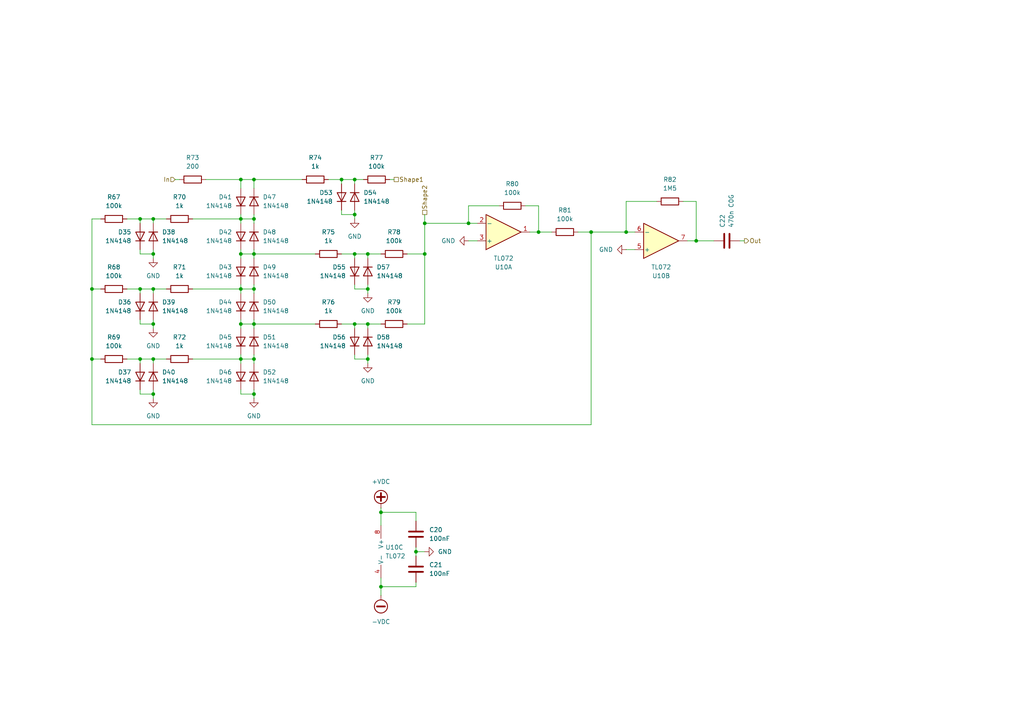
<source format=kicad_sch>
(kicad_sch (version 20250114) (generator "eeschema") (generator_version "9.0")
  (paper "A4")
  (title_block (title "ACID VCA CORE") (date "2025-05-18") (rev "1.1"))
  (lib_symbols
    (symbol "Amplifier_Operational:TL072" (pin_names (offset 0.127))
      (property "Reference" "U" (at 0 5.08 0))
      (property "Value" "TL072" (at 0 -5.08 0))
      (symbol "TL072_1_1"
        (polyline (pts (xy -5.08 5.08) (xy 5.08 0) (xy -5.08 -5.08) (xy -5.08 5.08)) (stroke (width 0.254)) (fill (type background)))
        (pin input line (at -7.62 2.54 0) (length 2.54) (name "+") (number "3"))
        (pin input line (at -7.62 -2.54 0) (length 2.54) (name "-") (number "2"))
        (pin output line (at 7.62 0 180) (length 2.54) (name "~") (number "1"))
      )
      (symbol "TL072_2_1"
        (polyline (pts (xy -5.08 5.08) (xy 5.08 0) (xy -5.08 -5.08) (xy -5.08 5.08)) (stroke (width 0.254)) (fill (type background)))
        (pin input line (at -7.62 2.54 0) (length 2.54) (name "+") (number "5"))
        (pin input line (at -7.62 -2.54 0) (length 2.54) (name "-") (number "6"))
        (pin output line (at 7.62 0 180) (length 2.54) (name "~") (number "7"))
      )
      (symbol "TL072_3_1"
        (pin power_in line (at -2.54 7.62 270) (length 3.81) (name "V+") (number "8"))
        (pin power_in line (at -2.54 -7.62 90) (length 3.81) (name "V-") (number "4"))
      )
    )
    (symbol "Device:C" (pin_numbers (hide yes)) (pin_names (offset 0.254))
      (property "Reference" "C" (at 0.635 2.54 0))
      (property "Value" "C" (at 0.635 -2.54 0))
      (symbol "C_0_1"
        (polyline (pts (xy -2.032 0.762) (xy 2.032 0.762)) (stroke (width 0.508)))
        (polyline (pts (xy -2.032 -0.762) (xy 2.032 -0.762)) (stroke (width 0.508)))
      )
      (symbol "C_1_1"
        (pin passive line (at 0 3.81 270) (length 2.794) (name "~") (number "1"))
        (pin passive line (at 0 -3.81 90) (length 2.794) (name "~") (number "2"))
      )
    )
    (symbol "Device:D" (pin_numbers (hide yes)) (pin_names (offset 1.016) (hide yes))
      (property "Reference" "D" (at 0 2.54 0))
      (property "Value" "D" (at 0 -2.54 0))
      (symbol "D_0_1"
        (polyline (pts (xy -1.27 1.27) (xy -1.27 -1.27)) (stroke (width 0.254)))
        (polyline (pts (xy 1.27 1.27) (xy 1.27 -1.27) (xy -1.27 0) (xy 1.27 1.27)) (stroke (width 0.254)))
        (polyline (pts (xy 1.27 0) (xy -1.27 0)))
      )
      (symbol "D_1_1"
        (pin passive line (at -3.81 0 0) (length 2.54) (name "K") (number "1"))
        (pin passive line (at 3.81 0 180) (length 2.54) (name "A") (number "2"))
      )
    )
    (symbol "Device:R" (pin_numbers (hide yes)) (pin_names (offset 0))
      (property "Reference" "R" (at 2.032 0 90))
      (property "Value" "R" (at 0 0 90))
      (symbol "R_0_1"
        (rectangle (start -1.016 -2.54) (end 1.016 2.54) (stroke (width 0.254)))
      )
      (symbol "R_1_1"
        (pin passive line (at 0 3.81 270) (length 1.27) (name "~") (number "1"))
        (pin passive line (at 0 -3.81 90) (length 1.27) (name "~") (number "2"))
      )
    )
    (symbol "power:+VDC" (power) (pin_numbers (hide yes)) (pin_names (offset 0) (hide yes))
      (property "Value" "+VDC" (at 0 6.35 0))
      (symbol "+VDC_0_1"
        (polyline (pts (xy -1.143 3.175) (xy 1.143 3.175)) (stroke (width 0.508)))
        (circle (center 0 3.175) (radius 1.905) (stroke (width 0.254)))
        (polyline (pts (xy 0 2.032) (xy 0 4.318)) (stroke (width 0.508)))
        (polyline (pts (xy 0 0) (xy 0 1.27)))
      )
      (symbol "+VDC_1_1"
        (pin power_in line (at 0 0 90) (length 0) (name "~") (number "1"))
      )
    )
    (symbol "power:-VDC" (power) (pin_numbers (hide yes)) (pin_names (offset 0) (hide yes))
      (property "Value" "-VDC" (at 0 6.35 0))
      (symbol "-VDC_0_1"
        (polyline (pts (xy -1.143 3.175) (xy 1.143 3.175)) (stroke (width 0.508)))
        (circle (center 0 3.175) (radius 1.905) (stroke (width 0.254)))
        (polyline (pts (xy 0 0) (xy 0 1.27)))
      )
      (symbol "-VDC_1_1"
        (pin power_in line (at 0 0 90) (length 0) (name "~") (number "1"))
      )
    )
    (symbol "power:GND" (power) (pin_numbers (hide yes)) (pin_names (offset 0) (hide yes))
      (property "Value" "GND" (at 0 -3.81 0))
      (symbol "GND_0_1"
        (polyline (pts (xy 0 0) (xy 0 -1.27) (xy 1.27 -1.27) (xy 0 -2.54) (xy -1.27 -1.27) (xy 0 -1.27)))
      )
      (symbol "GND_1_1"
        (pin power_in line (at 0 0 270) (length 0) (name "~") (number "1"))
      )
    )
  )
  (junction (at 99.06 52.07))
  (junction (at 73.66 93.98))
  (junction (at 69.85 83.82))
  (junction (at 106.68 104.14))
  (junction (at 106.68 83.82))
  (junction (at 102.87 62.23))
  (junction (at 69.85 63.5))
  (junction (at 44.45 73.66))
  (junction (at 69.85 52.07))
  (junction (at 181.61 67.31))
  (junction (at 44.45 114.3))
  (junction (at 123.19 73.66))
  (junction (at 44.45 63.5))
  (junction (at 69.85 93.98))
  (junction (at 69.85 73.66))
  (junction (at 171.45 67.31))
  (junction (at 156.21 67.31))
  (junction (at 40.64 63.5))
  (junction (at 40.64 104.14))
  (junction (at 44.45 83.82))
  (junction (at 40.64 83.82))
  (junction (at 73.66 52.07))
  (junction (at 44.45 93.98))
  (junction (at 110.49 148.59))
  (junction (at 44.45 104.14))
  (junction (at 102.87 93.98))
  (junction (at 201.93 69.85))
  (junction (at 135.89 64.77))
  (junction (at 110.49 170.18))
  (junction (at 73.66 114.3))
  (junction (at 102.87 52.07))
  (junction (at 123.19 64.77))
  (junction (at 26.67 83.82))
  (junction (at 73.66 63.5))
  (junction (at 73.66 83.82))
  (junction (at 26.67 104.14))
  (junction (at 106.68 93.98))
  (junction (at 106.68 73.66))
  (junction (at 120.65 160.02))
  (junction (at 69.85 104.14))
  (junction (at 73.66 104.14))
  (junction (at 73.66 73.66))
  (junction (at 102.87 73.66))
  (wire (pts (xy 44.45 93.98) (xy 44.45 95.25)))
  (wire (pts (xy 106.68 73.66) (xy 102.87 73.66)))
  (wire (pts (xy 73.66 114.3) (xy 73.66 113.03)))
  (wire (pts (xy 118.11 93.98) (xy 123.19 93.98)))
  (wire (pts (xy 201.93 69.85) (xy 207.01 69.85)))
  (wire (pts (xy 44.45 114.3) (xy 44.45 113.03)))
  (wire (pts (xy 40.64 73.66) (xy 44.45 73.66)))
  (wire (pts (xy 69.85 93.98) (xy 69.85 95.25)))
  (wire (pts (xy 55.88 83.82) (xy 69.85 83.82)))
  (wire (pts (xy 153.67 67.31) (xy 156.21 67.31)))
  (wire (pts (xy 69.85 52.07) (xy 69.85 54.61)))
  (wire (pts (xy 102.87 62.23) (xy 102.87 60.96)))
  (wire (pts (xy 106.68 93.98) (xy 110.49 93.98)))
  (wire (pts (xy 167.64 67.31) (xy 171.45 67.31)))
  (wire (pts (xy 73.66 73.66) (xy 91.44 73.66)))
  (wire (pts (xy 135.89 59.69) (xy 135.89 64.77)))
  (wire (pts (xy 190.5 58.42) (xy 181.61 58.42)))
  (wire (pts (xy 106.68 93.98) (xy 102.87 93.98)))
  (wire (pts (xy 44.45 73.66) (xy 44.45 72.39)))
  (wire (pts (xy 69.85 92.71) (xy 69.85 93.98)))
  (wire (pts (xy 123.19 93.98) (xy 123.19 73.66)))
  (wire (pts (xy 26.67 83.82) (xy 26.67 104.14)))
  (wire (pts (xy 55.88 63.5) (xy 69.85 63.5)))
  (wire (pts (xy 73.66 83.82) (xy 73.66 85.09)))
  (wire (pts (xy 44.45 83.82) (xy 40.64 83.82)))
  (wire (pts (xy 144.78 59.69) (xy 135.89 59.69)))
  (wire (pts (xy 181.61 58.42) (xy 181.61 67.31)))
  (wire (pts (xy 120.65 158.75) (xy 120.65 160.02)))
  (wire (pts (xy 156.21 67.31) (xy 156.21 59.69)))
  (wire (pts (xy 69.85 82.55) (xy 69.85 83.82)))
  (wire (pts (xy 171.45 123.19) (xy 171.45 67.31)))
  (wire (pts (xy 73.66 63.5) (xy 69.85 63.5)))
  (wire (pts (xy 40.64 104.14) (xy 40.64 105.41)))
  (wire (pts (xy 106.68 83.82) (xy 106.68 82.55)))
  (wire (pts (xy 40.64 114.3) (xy 44.45 114.3)))
  (wire (pts (xy 110.49 170.18) (xy 120.65 170.18)))
  (wire (pts (xy 110.49 148.59) (xy 110.49 152.4)))
  (wire (pts (xy 36.83 83.82) (xy 40.64 83.82)))
  (wire (pts (xy 73.66 83.82) (xy 69.85 83.82)))
  (wire (pts (xy 106.68 74.93) (xy 106.68 73.66)))
  (wire (pts (xy 113.03 52.07) (xy 114.3 52.07)))
  (wire (pts (xy 156.21 67.31) (xy 160.02 67.31)))
  (wire (pts (xy 120.65 160.02) (xy 120.65 161.29)))
  (wire (pts (xy 201.93 58.42) (xy 198.12 58.42)))
  (wire (pts (xy 73.66 93.98) (xy 73.66 95.25)))
  (wire (pts (xy 69.85 102.87) (xy 69.85 104.14)))
  (wire (pts (xy 44.45 104.14) (xy 48.26 104.14)))
  (wire (pts (xy 26.67 123.19) (xy 171.45 123.19)))
  (wire (pts (xy 73.66 63.5) (xy 73.66 64.77)))
  (wire (pts (xy 120.65 170.18) (xy 120.65 168.91)))
  (wire (pts (xy 73.66 104.14) (xy 73.66 102.87)))
  (wire (pts (xy 171.45 67.31) (xy 181.61 67.31)))
  (wire (pts (xy 106.68 95.25) (xy 106.68 93.98)))
  (wire (pts (xy 69.85 63.5) (xy 69.85 64.77)))
  (wire (pts (xy 36.83 63.5) (xy 40.64 63.5)))
  (wire (pts (xy 123.19 62.23) (xy 123.19 64.77)))
  (wire (pts (xy 26.67 104.14) (xy 29.21 104.14)))
  (wire (pts (xy 73.66 83.82) (xy 73.66 82.55)))
  (wire (pts (xy 123.19 73.66) (xy 123.19 64.77)))
  (wire (pts (xy 73.66 93.98) (xy 91.44 93.98)))
  (wire (pts (xy 120.65 160.02) (xy 123.19 160.02)))
  (wire (pts (xy 69.85 62.23) (xy 69.85 63.5)))
  (wire (pts (xy 110.49 147.32) (xy 110.49 148.59)))
  (wire (pts (xy 181.61 72.39) (xy 184.15 72.39)))
  (wire (pts (xy 69.85 104.14) (xy 69.85 105.41)))
  (wire (pts (xy 55.88 104.14) (xy 69.85 104.14)))
  (wire (pts (xy 40.64 83.82) (xy 40.64 85.09)))
  (wire (pts (xy 44.45 105.41) (xy 44.45 104.14)))
  (wire (pts (xy 99.06 93.98) (xy 102.87 93.98)))
  (wire (pts (xy 29.21 63.5) (xy 26.67 63.5)))
  (wire (pts (xy 110.49 148.59) (xy 120.65 148.59)))
  (wire (pts (xy 118.11 73.66) (xy 123.19 73.66)))
  (wire (pts (xy 73.66 73.66) (xy 73.66 74.93)))
  (wire (pts (xy 44.45 85.09) (xy 44.45 83.82)))
  (wire (pts (xy 99.06 52.07) (xy 99.06 53.34)))
  (wire (pts (xy 99.06 73.66) (xy 102.87 73.66)))
  (wire (pts (xy 199.39 69.85) (xy 201.93 69.85)))
  (wire (pts (xy 156.21 59.69) (xy 152.4 59.69)))
  (wire (pts (xy 95.25 52.07) (xy 99.06 52.07)))
  (wire (pts (xy 36.83 104.14) (xy 40.64 104.14)))
  (wire (pts (xy 59.69 52.07) (xy 69.85 52.07)))
  (wire (pts (xy 40.64 63.5) (xy 40.64 64.77)))
  (wire (pts (xy 102.87 104.14) (xy 106.68 104.14)))
  (wire (pts (xy 26.67 83.82) (xy 29.21 83.82)))
  (wire (pts (xy 110.49 172.72) (xy 110.49 170.18)))
  (wire (pts (xy 73.66 114.3) (xy 69.85 114.3)))
  (wire (pts (xy 102.87 62.23) (xy 102.87 63.5)))
  (wire (pts (xy 44.45 63.5) (xy 48.26 63.5)))
  (wire (pts (xy 102.87 53.34) (xy 102.87 52.07)))
  (wire (pts (xy 50.8 52.07) (xy 52.07 52.07)))
  (wire (pts (xy 201.93 69.85) (xy 201.93 58.42)))
  (wire (pts (xy 73.66 93.98) (xy 69.85 93.98)))
  (wire (pts (xy 40.64 93.98) (xy 44.45 93.98)))
  (wire (pts (xy 73.66 73.66) (xy 73.66 72.39)))
  (wire (pts (xy 26.67 104.14) (xy 26.67 123.19)))
  (wire (pts (xy 102.87 82.55) (xy 102.87 83.82)))
  (wire (pts (xy 73.66 114.3) (xy 73.66 115.57)))
  (wire (pts (xy 40.64 92.71) (xy 40.64 93.98)))
  (wire (pts (xy 123.19 64.77) (xy 135.89 64.77)))
  (wire (pts (xy 102.87 73.66) (xy 102.87 74.93)))
  (wire (pts (xy 99.06 62.23) (xy 102.87 62.23)))
  (wire (pts (xy 102.87 52.07) (xy 105.41 52.07)))
  (wire (pts (xy 44.45 63.5) (xy 40.64 63.5)))
  (wire (pts (xy 106.68 73.66) (xy 110.49 73.66)))
  (wire (pts (xy 73.66 93.98) (xy 73.66 92.71)))
  (wire (pts (xy 73.66 52.07) (xy 87.63 52.07)))
  (wire (pts (xy 44.45 93.98) (xy 44.45 92.71)))
  (wire (pts (xy 44.45 73.66) (xy 44.45 74.93)))
  (wire (pts (xy 110.49 167.64) (xy 110.49 170.18)))
  (wire (pts (xy 73.66 63.5) (xy 73.66 62.23)))
  (wire (pts (xy 102.87 102.87) (xy 102.87 104.14)))
  (wire (pts (xy 69.85 113.03) (xy 69.85 114.3)))
  (wire (pts (xy 99.06 60.96) (xy 99.06 62.23)))
  (wire (pts (xy 69.85 52.07) (xy 73.66 52.07)))
  (wire (pts (xy 73.66 54.61) (xy 73.66 52.07)))
  (wire (pts (xy 44.45 83.82) (xy 48.26 83.82)))
  (wire (pts (xy 44.45 64.77) (xy 44.45 63.5)))
  (wire (pts (xy 69.85 73.66) (xy 69.85 74.93)))
  (wire (pts (xy 102.87 93.98) (xy 102.87 95.25)))
  (wire (pts (xy 135.89 69.85) (xy 138.43 69.85)))
  (wire (pts (xy 106.68 83.82) (xy 106.68 85.09)))
  (wire (pts (xy 120.65 148.59) (xy 120.65 151.13)))
  (wire (pts (xy 73.66 104.14) (xy 73.66 105.41)))
  (wire (pts (xy 69.85 73.66) (xy 73.66 73.66)))
  (wire (pts (xy 40.64 72.39) (xy 40.64 73.66)))
  (wire (pts (xy 69.85 83.82) (xy 69.85 85.09)))
  (wire (pts (xy 40.64 113.03) (xy 40.64 114.3)))
  (wire (pts (xy 214.63 69.85) (xy 215.9 69.85)))
  (wire (pts (xy 69.85 104.14) (xy 73.66 104.14)))
  (wire (pts (xy 44.45 104.14) (xy 40.64 104.14)))
  (wire (pts (xy 26.67 63.5) (xy 26.67 83.82)))
  (wire (pts (xy 69.85 72.39) (xy 69.85 73.66)))
  (wire (pts (xy 106.68 104.14) (xy 106.68 102.87)))
  (wire (pts (xy 44.45 114.3) (xy 44.45 115.57)))
  (wire (pts (xy 102.87 52.07) (xy 99.06 52.07)))
  (wire (pts (xy 181.61 67.31) (xy 184.15 67.31)))
  (wire (pts (xy 102.87 83.82) (xy 106.68 83.82)))
  (wire (pts (xy 135.89 64.77) (xy 138.43 64.77)))
  (wire (pts (xy 106.68 104.14) (xy 106.68 105.41)))
  (hierarchical_label "Shape2" (shape passive) (at 123.19 62.23 90))
  (hierarchical_label "In" (shape input) (at 50.8 52.07 180))
  (hierarchical_label "Shape1" (shape passive) (at 114.3 52.07 0))
  (hierarchical_label "Out" (shape output) (at 215.9 69.85 0))
  (symbol (lib_id "Device:D") (at 102.87 57.15 270) (unit 1)
    (property "Reference" "D26" (at 105.41 55.8799 90) (effects (justify left)))
    (property "Value" "1N4148" (at 105.41 58.4199 90) (effects (justify left)))
    (property "Footprint" "Diode_SMD:D_SOD-323_HandSoldering" (effects (hide yes)))
    (property "Description" "Diode" (effects (hide yes)))
    (property "Sim.Device" "D" (effects (hide yes)))
    (property "Sim.Pins" "1=K 2=A" (effects (hide yes)))
    (instances (project "vcafd" (path "" (reference "D54") (unit 1)) (path "" (reference "D26") (unit 1))))
  )
  (symbol (lib_id "Device:D") (at 69.85 88.9 90) (unit 1)
    (property "Reference" "D16" (at 67.31 87.6299 90) (effects (justify left)))
    (property "Value" "1N4148" (at 67.31 90.1699 90) (effects (justify left)))
    (property "Footprint" "Diode_SMD:D_SOD-323_HandSoldering" (effects (hide yes)))
    (property "Description" "Diode" (effects (hide yes)))
    (property "Sim.Device" "D" (effects (hide yes)))
    (property "Sim.Pins" "1=K 2=A" (effects (hide yes)))
    (instances (project "vcafd" (path "" (reference "D44") (unit 1)) (path "" (reference "D16") (unit 1))))
  )
  (symbol (lib_id "Device:R") (at 95.25 93.98 90) (unit 1)
    (property "Reference" "R48" (at 95.25 87.63 90))
    (property "Value" "1k" (at 95.25 90.17 90))
    (property "Footprint" "Resistor_SMD:R_0603_1608Metric" (effects (hide yes)))
    (property "Description" "Resistor" (effects (hide yes)))
    (instances (project "vcafd" (path "" (reference "R76") (unit 1)) (path "" (reference "R48") (unit 1))))
  )
  (symbol (lib_id "power:GND") (at 123.19 160.02 90) (unit 1)
    (property "Reference" "#PWR057" (effects (hide yes)))
    (property "Value" "GND" (at 127 160.0199 90) (effects (justify right)))
    (property "Description" "Power symbol creates a global label with name \"GND\" , ground" (effects (hide yes)))
    (instances (project "vcafd" (path "" (reference "#PWR083") (unit 1)) (path "" (reference "#PWR057") (unit 1))))
  )
  (symbol (lib_id "power:GND") (at 44.45 74.93 0) (unit 1)
    (property "Reference" "#PWR048" (effects (hide yes)))
    (property "Value" "GND" (at 44.45 80.01 0))
    (property "Description" "Power symbol creates a global label with name \"GND\" , ground" (effects (hide yes)))
    (instances (project "vcafd" (path "" (reference "#PWR074") (unit 1)) (path "" (reference "#PWR048") (unit 1))))
  )
  (symbol (lib_id "Device:D") (at 44.45 109.22 270) (unit 1)
    (property "Reference" "D12" (at 46.99 107.9499 90) (effects (justify left)))
    (property "Value" "1N4148" (at 46.99 110.4899 90) (effects (justify left)))
    (property "Footprint" "Diode_SMD:D_SOD-323_HandSoldering" (effects (hide yes)))
    (property "Description" "Diode" (effects (hide yes)))
    (property "Sim.Device" "D" (effects (hide yes)))
    (property "Sim.Pins" "1=K 2=A" (effects (hide yes)))
    (instances (project "vcafd" (path "" (reference "D40") (unit 1)) (path "" (reference "D12") (unit 1))))
  )
  (symbol (lib_id "Device:R") (at 52.07 63.5 90) (unit 1)
    (property "Reference" "R42" (at 52.07 57.15 90))
    (property "Value" "1k" (at 52.07 59.69 90))
    (property "Footprint" "Resistor_SMD:R_0603_1608Metric" (effects (hide yes)))
    (property "Description" "Resistor" (effects (hide yes)))
    (instances (project "vcafd" (path "" (reference "R70") (unit 1)) (path "" (reference "R42") (unit 1))))
  )
  (symbol (lib_id "power:GND") (at 44.45 95.25 0) (unit 1)
    (property "Reference" "#PWR049" (effects (hide yes)))
    (property "Value" "GND" (at 44.45 100.33 0))
    (property "Description" "Power symbol creates a global label with name \"GND\" , ground" (effects (hide yes)))
    (instances (project "vcafd" (path "" (reference "#PWR075") (unit 1)) (path "" (reference "#PWR049") (unit 1))))
  )
  (symbol (lib_id "Device:R") (at 95.25 73.66 90) (unit 1)
    (property "Reference" "R47" (at 95.25 67.31 90))
    (property "Value" "1k" (at 95.25 69.85 90))
    (property "Footprint" "Resistor_SMD:R_0603_1608Metric" (effects (hide yes)))
    (property "Description" "Resistor" (effects (hide yes)))
    (instances (project "vcafd" (path "" (reference "R75") (unit 1)) (path "" (reference "R47") (unit 1))))
  )
  (symbol (lib_id "Device:R") (at 52.07 83.82 90) (unit 1)
    (property "Reference" "R43" (at 52.07 77.47 90))
    (property "Value" "1k" (at 52.07 80.01 90))
    (property "Footprint" "Resistor_SMD:R_0603_1608Metric" (effects (hide yes)))
    (property "Description" "Resistor" (effects (hide yes)))
    (instances (project "vcafd" (path "" (reference "R71") (unit 1)) (path "" (reference "R43") (unit 1))))
  )
  (symbol (lib_id "Device:D") (at 69.85 68.58 90) (unit 1)
    (property "Reference" "D14" (at 67.31 67.3099 90) (effects (justify left)))
    (property "Value" "1N4148" (at 67.31 69.8499 90) (effects (justify left)))
    (property "Footprint" "Diode_SMD:D_SOD-323_HandSoldering" (effects (hide yes)))
    (property "Description" "Diode" (effects (hide yes)))
    (property "Sim.Device" "D" (effects (hide yes)))
    (property "Sim.Pins" "1=K 2=A" (effects (hide yes)))
    (instances (project "vcafd" (path "" (reference "D42") (unit 1)) (path "" (reference "D14") (unit 1))))
  )
  (symbol (lib_id "Device:D") (at 106.68 78.74 270) (unit 1)
    (property "Reference" "D29" (at 109.22 77.4699 90) (effects (justify left)))
    (property "Value" "1N4148" (at 109.22 80.0099 90) (effects (justify left)))
    (property "Footprint" "Diode_SMD:D_SOD-323_HandSoldering" (effects (hide yes)))
    (property "Description" "Diode" (effects (hide yes)))
    (property "Sim.Device" "D" (effects (hide yes)))
    (property "Sim.Pins" "1=K 2=A" (effects (hide yes)))
    (instances (project "vcafd" (path "" (reference "D57") (unit 1)) (path "" (reference "D29") (unit 1))))
  )
  (symbol (lib_id "Amplifier_Operational:TL072") (at 191.77 69.85 0) (mirror x) (unit 2)
    (property "Reference" "U7" (at 191.77 80.01 0))
    (property "Value" "TL072" (at 191.77 77.47 0))
    (property "Footprint" "Package_SO:SO-8_3.9x4.9mm_P1.27mm" (effects (hide yes)))
    (property "Datasheet" "http://www.ti.com/lit/ds/symlink/tl071.pdf" (effects (hide yes)))
    (property "Description" "Dual Low-Noise JFET-Input Operational Amplifiers, DIP-8/SOIC-8" (effects (hide yes)))
    (instances (project "vcafd" (path "" (reference "U10") (unit 2)) (path "" (reference "U7") (unit 2))))
  )
  (symbol (lib_id "Device:D") (at 44.45 68.58 270) (unit 1)
    (property "Reference" "D10" (at 46.99 67.3099 90) (effects (justify left)))
    (property "Value" "1N4148" (at 46.99 69.8499 90) (effects (justify left)))
    (property "Footprint" "Diode_SMD:D_SOD-323_HandSoldering" (effects (hide yes)))
    (property "Description" "Diode" (effects (hide yes)))
    (property "Sim.Device" "D" (effects (hide yes)))
    (property "Sim.Pins" "1=K 2=A" (effects (hide yes)))
    (instances (project "vcafd" (path "" (reference "D38") (unit 1)) (path "" (reference "D10") (unit 1))))
  )
  (symbol (lib_id "Device:R") (at 194.31 58.42 90) (unit 1)
    (property "Reference" "R54" (at 194.31 52.07 90))
    (property "Value" "1M5" (at 194.31 54.61 90))
    (property "Footprint" "Resistor_SMD:R_0603_1608Metric" (effects (hide yes)))
    (property "Description" "Resistor" (effects (hide yes)))
    (instances (project "vcafd" (path "" (reference "R82") (unit 1)) (path "" (reference "R54") (unit 1))))
  )
  (symbol (lib_id "Device:D") (at 73.66 99.06 270) (unit 1)
    (property "Reference" "D23" (at 76.2 97.7899 90) (effects (justify left)))
    (property "Value" "1N4148" (at 76.2 100.3299 90) (effects (justify left)))
    (property "Footprint" "Diode_SMD:D_SOD-323_HandSoldering" (effects (hide yes)))
    (property "Description" "Diode" (effects (hide yes)))
    (property "Sim.Device" "D" (effects (hide yes)))
    (property "Sim.Pins" "1=K 2=A" (effects (hide yes)))
    (instances (project "vcafd" (path "" (reference "D51") (unit 1)) (path "" (reference "D23") (unit 1))))
  )
  (symbol (lib_id "power:GND") (at 106.68 85.09 0) (unit 1)
    (property "Reference" "#PWR053" (effects (hide yes)))
    (property "Value" "GND" (at 106.68 90.17 0))
    (property "Description" "Power symbol creates a global label with name \"GND\" , ground" (effects (hide yes)))
    (instances (project "vcafd" (path "" (reference "#PWR079") (unit 1)) (path "" (reference "#PWR053") (unit 1))))
  )
  (symbol (lib_id "Device:D") (at 44.45 88.9 270) (unit 1)
    (property "Reference" "D11" (at 46.99 87.6299 90) (effects (justify left)))
    (property "Value" "1N4148" (at 46.99 90.1699 90) (effects (justify left)))
    (property "Footprint" "Diode_SMD:D_SOD-323_HandSoldering" (effects (hide yes)))
    (property "Description" "Diode" (effects (hide yes)))
    (property "Sim.Device" "D" (effects (hide yes)))
    (property "Sim.Pins" "1=K 2=A" (effects (hide yes)))
    (instances (project "vcafd" (path "" (reference "D39") (unit 1)) (path "" (reference "D11") (unit 1))))
  )
  (symbol (lib_id "power:GND") (at 106.68 105.41 0) (unit 1)
    (property "Reference" "#PWR054" (effects (hide yes)))
    (property "Value" "GND" (at 106.68 110.49 0))
    (property "Description" "Power symbol creates a global label with name \"GND\" , ground" (effects (hide yes)))
    (instances (project "vcafd" (path "" (reference "#PWR080") (unit 1)) (path "" (reference "#PWR054") (unit 1))))
  )
  (symbol (lib_id "power:GND") (at 102.87 63.5 0) (unit 1)
    (property "Reference" "#PWR052" (effects (hide yes)))
    (property "Value" "GND" (at 102.87 68.58 0))
    (property "Description" "Power symbol creates a global label with name \"GND\" , ground" (effects (hide yes)))
    (instances (project "vcafd" (path "" (reference "#PWR078") (unit 1)) (path "" (reference "#PWR052") (unit 1))))
  )
  (symbol (lib_id "Device:R") (at 55.88 52.07 90) (unit 1)
    (property "Reference" "R45" (at 55.88 45.72 90))
    (property "Value" "200" (at 55.88 48.26 90))
    (property "Footprint" "Resistor_SMD:R_0603_1608Metric" (effects (hide yes)))
    (property "Description" "Resistor" (effects (hide yes)))
    (instances (project "vcafd" (path "" (reference "R73") (unit 1)) (path "" (reference "R45") (unit 1))))
  )
  (symbol (lib_id "Device:D") (at 73.66 68.58 270) (unit 1)
    (property "Reference" "D20" (at 76.2 67.3099 90) (effects (justify left)))
    (property "Value" "1N4148" (at 76.2 69.8499 90) (effects (justify left)))
    (property "Footprint" "Diode_SMD:D_SOD-323_HandSoldering" (effects (hide yes)))
    (property "Description" "Diode" (effects (hide yes)))
    (property "Sim.Device" "D" (effects (hide yes)))
    (property "Sim.Pins" "1=K 2=A" (effects (hide yes)))
    (instances (project "vcafd" (path "" (reference "D48") (unit 1)) (path "" (reference "D20") (unit 1))))
  )
  (symbol (lib_id "Device:C") (at 120.65 165.1 0) (unit 1)
    (property "Reference" "C14" (at 124.46 163.8299 0) (effects (justify left)))
    (property "Value" "100nF" (at 124.46 166.3699 0) (effects (justify left)))
    (property "Footprint" "Capacitor_SMD:C_0603_1608Metric" (effects (hide yes)))
    (property "Description" "Unpolarized capacitor" (effects (hide yes)))
    (instances (project "vcafd" (path "" (reference "C21") (unit 1)) (path "" (reference "C14") (unit 1))))
  )
  (symbol (lib_id "Amplifier_Operational:TL072") (at 146.05 67.31 0) (mirror x) (unit 1)
    (property "Reference" "U7" (at 146.05 77.47 0))
    (property "Value" "TL072" (at 146.05 74.93 0))
    (property "Footprint" "Package_SO:SO-8_3.9x4.9mm_P1.27mm" (effects (hide yes)))
    (property "Datasheet" "http://www.ti.com/lit/ds/symlink/tl071.pdf" (effects (hide yes)))
    (property "Description" "Dual Low-Noise JFET-Input Operational Amplifiers, DIP-8/SOIC-8" (effects (hide yes)))
    (instances (project "vcafd" (path "" (reference "U10") (unit 1)) (path "" (reference "U7") (unit 1))))
  )
  (symbol (lib_id "Device:R") (at 33.02 83.82 90) (unit 1)
    (property "Reference" "R40" (at 33.02 77.47 90))
    (property "Value" "100k" (at 33.02 80.01 90))
    (property "Footprint" "Resistor_SMD:R_0603_1608Metric" (effects (hide yes)))
    (property "Description" "Resistor" (effects (hide yes)))
    (instances (project "vcafd" (path "" (reference "R68") (unit 1)) (path "" (reference "R40") (unit 1))))
  )
  (symbol (lib_id "power:GND") (at 44.45 115.57 0) (unit 1)
    (property "Reference" "#PWR050" (effects (hide yes)))
    (property "Value" "GND" (at 44.45 120.65 0))
    (property "Description" "Power symbol creates a global label with name \"GND\" , ground" (effects (hide yes)))
    (instances (project "vcafd" (path "" (reference "#PWR076") (unit 1)) (path "" (reference "#PWR050") (unit 1))))
  )
  (symbol (lib_id "Device:D") (at 40.64 68.58 270) (mirror x) (unit 1)
    (property "Reference" "D7" (at 38.1 67.3099 90) (effects (justify right)))
    (property "Value" "1N4148" (at 38.1 69.8499 90) (effects (justify right)))
    (property "Footprint" "Diode_SMD:D_SOD-323_HandSoldering" (effects (hide yes)))
    (property "Description" "Diode" (effects (hide yes)))
    (property "Sim.Device" "D" (effects (hide yes)))
    (property "Sim.Pins" "1=K 2=A" (effects (hide yes)))
    (instances (project "vcafd" (path "" (reference "D35") (unit 1)) (path "" (reference "D7") (unit 1))))
  )
  (symbol (lib_id "power:GND") (at 181.61 72.39 270) (unit 1)
    (property "Reference" "#PWR059" (effects (hide yes)))
    (property "Value" "GND" (at 177.8 72.3899 90) (effects (justify right)))
    (property "Description" "Power symbol creates a global label with name \"GND\" , ground" (effects (hide yes)))
    (instances (project "vcafd" (path "" (reference "#PWR085") (unit 1)) (path "" (reference "#PWR059") (unit 1))))
  )
  (symbol (lib_id "Device:D") (at 69.85 78.74 90) (unit 1)
    (property "Reference" "D15" (at 67.31 77.4699 90) (effects (justify left)))
    (property "Value" "1N4148" (at 67.31 80.0099 90) (effects (justify left)))
    (property "Footprint" "Diode_SMD:D_SOD-323_HandSoldering" (effects (hide yes)))
    (property "Description" "Diode" (effects (hide yes)))
    (property "Sim.Device" "D" (effects (hide yes)))
    (property "Sim.Pins" "1=K 2=A" (effects (hide yes)))
    (instances (project "vcafd" (path "" (reference "D43") (unit 1)) (path "" (reference "D15") (unit 1))))
  )
  (symbol (lib_id "Device:D") (at 102.87 99.06 270) (mirror x) (unit 1)
    (property "Reference" "D28" (at 100.33 97.7899 90) (effects (justify right)))
    (property "Value" "1N4148" (at 100.33 100.3299 90) (effects (justify right)))
    (property "Footprint" "Diode_SMD:D_SOD-323_HandSoldering" (effects (hide yes)))
    (property "Description" "Diode" (effects (hide yes)))
    (property "Sim.Device" "D" (effects (hide yes)))
    (property "Sim.Pins" "1=K 2=A" (effects (hide yes)))
    (instances (project "vcafd" (path "" (reference "D56") (unit 1)) (path "" (reference "D28") (unit 1))))
  )
  (symbol (lib_id "Device:D") (at 102.87 78.74 270) (mirror x) (unit 1)
    (property "Reference" "D27" (at 100.33 77.4699 90) (effects (justify right)))
    (property "Value" "1N4148" (at 100.33 80.0099 90) (effects (justify right)))
    (property "Footprint" "Diode_SMD:D_SOD-323_HandSoldering" (effects (hide yes)))
    (property "Description" "Diode" (effects (hide yes)))
    (property "Sim.Device" "D" (effects (hide yes)))
    (property "Sim.Pins" "1=K 2=A" (effects (hide yes)))
    (instances (project "vcafd" (path "" (reference "D55") (unit 1)) (path "" (reference "D27") (unit 1))))
  )
  (symbol (lib_id "Device:R") (at 91.44 52.07 90) (unit 1)
    (property "Reference" "R46" (at 91.44 45.72 90))
    (property "Value" "1k" (at 91.44 48.26 90))
    (property "Footprint" "Resistor_SMD:R_0603_1608Metric" (effects (hide yes)))
    (property "Description" "Resistor" (effects (hide yes)))
    (instances (project "vcafd" (path "" (reference "R74") (unit 1)) (path "" (reference "R46") (unit 1))))
  )
  (symbol (lib_id "Device:R") (at 109.22 52.07 90) (unit 1)
    (property "Reference" "R49" (at 109.22 45.72 90))
    (property "Value" "100k" (at 109.22 48.26 90))
    (property "Footprint" "Resistor_SMD:R_0603_1608Metric" (effects (hide yes)))
    (property "Description" "Resistor" (effects (hide yes)))
    (instances (project "vcafd" (path "" (reference "R77") (unit 1)) (path "" (reference "R49") (unit 1))))
  )
  (symbol (lib_id "Device:D") (at 106.68 99.06 270) (unit 1)
    (property "Reference" "D30" (at 109.22 97.7899 90) (effects (justify left)))
    (property "Value" "1N4148" (at 109.22 100.3299 90) (effects (justify left)))
    (property "Footprint" "Diode_SMD:D_SOD-323_HandSoldering" (effects (hide yes)))
    (property "Description" "Diode" (effects (hide yes)))
    (property "Sim.Device" "D" (effects (hide yes)))
    (property "Sim.Pins" "1=K 2=A" (effects (hide yes)))
    (instances (project "vcafd" (path "" (reference "D58") (unit 1)) (path "" (reference "D30") (unit 1))))
  )
  (symbol (lib_id "power:GND") (at 135.89 69.85 270) (unit 1)
    (property "Reference" "#PWR058" (effects (hide yes)))
    (property "Value" "GND" (at 132.08 69.8499 90) (effects (justify right)))
    (property "Description" "Power symbol creates a global label with name \"GND\" , ground" (effects (hide yes)))
    (instances (project "vcafd" (path "" (reference "#PWR084") (unit 1)) (path "" (reference "#PWR058") (unit 1))))
  )
  (symbol (lib_id "Amplifier_Operational:TL072") (at 113.03 160.02 0) (unit 3)
    (property "Reference" "U7" (at 111.76 158.7499 0) (effects (justify left)))
    (property "Value" "TL072" (at 111.76 161.2899 0) (effects (justify left)))
    (property "Footprint" "Package_SO:SO-8_3.9x4.9mm_P1.27mm" (effects (hide yes)))
    (property "Datasheet" "http://www.ti.com/lit/ds/symlink/tl071.pdf" (effects (hide yes)))
    (property "Description" "Dual Low-Noise JFET-Input Operational Amplifiers, DIP-8/SOIC-8" (effects (hide yes)))
    (instances (project "vcafd" (path "" (reference "U10") (unit 3)) (path "" (reference "U7") (unit 3))))
  )
  (symbol (lib_id "Device:R") (at 33.02 104.14 90) (unit 1)
    (property "Reference" "R41" (at 33.02 97.79 90))
    (property "Value" "100k" (at 33.02 100.33 90))
    (property "Footprint" "Resistor_SMD:R_0603_1608Metric" (effects (hide yes)))
    (property "Description" "Resistor" (effects (hide yes)))
    (instances (project "vcafd" (path "" (reference "R69") (unit 1)) (path "" (reference "R41") (unit 1))))
  )
  (symbol (lib_id "Device:D") (at 69.85 58.42 90) (unit 1)
    (property "Reference" "D13" (at 67.31 57.1499 90) (effects (justify left)))
    (property "Value" "1N4148" (at 67.31 59.6899 90) (effects (justify left)))
    (property "Footprint" "Diode_SMD:D_SOD-323_HandSoldering" (effects (hide yes)))
    (property "Description" "Diode" (effects (hide yes)))
    (property "Sim.Device" "D" (effects (hide yes)))
    (property "Sim.Pins" "1=K 2=A" (effects (hide yes)))
    (instances (project "vcafd" (path "" (reference "D41") (unit 1)) (path "" (reference "D13") (unit 1))))
  )
  (symbol (lib_id "Device:D") (at 69.85 99.06 90) (unit 1)
    (property "Reference" "D17" (at 67.31 97.7899 90) (effects (justify left)))
    (property "Value" "1N4148" (at 67.31 100.3299 90) (effects (justify left)))
    (property "Footprint" "Diode_SMD:D_SOD-323_HandSoldering" (effects (hide yes)))
    (property "Description" "Diode" (effects (hide yes)))
    (property "Sim.Device" "D" (effects (hide yes)))
    (property "Sim.Pins" "1=K 2=A" (effects (hide yes)))
    (instances (project "vcafd" (path "" (reference "D45") (unit 1)) (path "" (reference "D17") (unit 1))))
  )
  (symbol (lib_id "Device:D") (at 99.06 57.15 270) (mirror x) (unit 1)
    (property "Reference" "D25" (at 96.52 55.8799 90) (effects (justify right)))
    (property "Value" "1N4148" (at 96.52 58.4199 90) (effects (justify right)))
    (property "Footprint" "Diode_SMD:D_SOD-323_HandSoldering" (effects (hide yes)))
    (property "Description" "Diode" (effects (hide yes)))
    (property "Sim.Device" "D" (effects (hide yes)))
    (property "Sim.Pins" "1=K 2=A" (effects (hide yes)))
    (instances (project "vcafd" (path "" (reference "D53") (unit 1)) (path "" (reference "D25") (unit 1))))
  )
  (symbol (lib_id "Device:D") (at 73.66 78.74 270) (unit 1)
    (property "Reference" "D21" (at 76.2 77.4699 90) (effects (justify left)))
    (property "Value" "1N4148" (at 76.2 80.0099 90) (effects (justify left)))
    (property "Footprint" "Diode_SMD:D_SOD-323_HandSoldering" (effects (hide yes)))
    (property "Description" "Diode" (effects (hide yes)))
    (property "Sim.Device" "D" (effects (hide yes)))
    (property "Sim.Pins" "1=K 2=A" (effects (hide yes)))
    (instances (project "vcafd" (path "" (reference "D49") (unit 1)) (path "" (reference "D21") (unit 1))))
  )
  (symbol (lib_id "Device:R") (at 163.83 67.31 90) (unit 1)
    (property "Reference" "R53" (at 163.83 60.96 90))
    (property "Value" "100k" (at 163.83 63.5 90))
    (property "Footprint" "Resistor_SMD:R_0603_1608Metric" (effects (hide yes)))
    (property "Description" "Resistor" (effects (hide yes)))
    (instances (project "vcafd" (path "" (reference "R81") (unit 1)) (path "" (reference "R53") (unit 1))))
  )
  (symbol (lib_id "Device:C") (at 120.65 154.94 0) (unit 1)
    (property "Reference" "C13" (at 124.46 153.6699 0) (effects (justify left)))
    (property "Value" "100nF" (at 124.46 156.2099 0) (effects (justify left)))
    (property "Footprint" "Capacitor_SMD:C_0603_1608Metric" (effects (hide yes)))
    (property "Description" "Unpolarized capacitor" (effects (hide yes)))
    (instances (project "vcafd" (path "" (reference "C20") (unit 1)) (path "" (reference "C13") (unit 1))))
  )
  (symbol (lib_id "Device:R") (at 114.3 73.66 90) (unit 1)
    (property "Reference" "R50" (at 114.3 67.31 90))
    (property "Value" "100k" (at 114.3 69.85 90))
    (property "Footprint" "Resistor_SMD:R_0603_1608Metric" (effects (hide yes)))
    (property "Description" "Resistor" (effects (hide yes)))
    (instances (project "vcafd" (path "" (reference "R78") (unit 1)) (path "" (reference "R50") (unit 1))))
  )
  (symbol (lib_id "Device:C") (at 210.82 69.85 90) (unit 1)
    (property "Reference" "C15" (at 209.5499 66.04 0) (effects (justify left)))
    (property "Value" "470n C0G" (at 212.0899 66.04 0) (effects (justify left)))
    (property "Footprint" "Capacitor_SMD:C_1206_3216Metric" (effects (hide yes)))
    (property "Description" "Unpolarized capacitor" (effects (hide yes)))
    (instances (project "vcafd" (path "" (reference "C22") (unit 1)) (path "" (reference "C15") (unit 1))))
  )
  (symbol (lib_id "Device:D") (at 40.64 88.9 270) (mirror x) (unit 1)
    (property "Reference" "D8" (at 38.1 87.6299 90) (effects (justify right)))
    (property "Value" "1N4148" (at 38.1 90.1699 90) (effects (justify right)))
    (property "Footprint" "Diode_SMD:D_SOD-323_HandSoldering" (effects (hide yes)))
    (property "Description" "Diode" (effects (hide yes)))
    (property "Sim.Device" "D" (effects (hide yes)))
    (property "Sim.Pins" "1=K 2=A" (effects (hide yes)))
    (instances (project "vcafd" (path "" (reference "D36") (unit 1)) (path "" (reference "D8") (unit 1))))
  )
  (symbol (lib_id "power:-VDC") (at 110.49 172.72 180) (unit 1)
    (property "Reference" "#PWR056" (effects (hide yes)))
    (property "Value" "-VDC" (at 110.49 180.34 0))
    (property "Description" "Power symbol creates a global label with name \"-VDC\"" (effects (hide yes)))
    (instances (project "vcafd" (path "" (reference "#PWR082") (unit 1)) (path "" (reference "#PWR056") (unit 1))))
  )
  (symbol (lib_id "Device:D") (at 40.64 109.22 270) (mirror x) (unit 1)
    (property "Reference" "D9" (at 38.1 107.9499 90) (effects (justify right)))
    (property "Value" "1N4148" (at 38.1 110.4899 90) (effects (justify right)))
    (property "Footprint" "Diode_SMD:D_SOD-323_HandSoldering" (effects (hide yes)))
    (property "Description" "Diode" (effects (hide yes)))
    (property "Sim.Device" "D" (effects (hide yes)))
    (property "Sim.Pins" "1=K 2=A" (effects (hide yes)))
    (instances (project "vcafd" (path "" (reference "D37") (unit 1)) (path "" (reference "D9") (unit 1))))
  )
  (symbol (lib_id "Device:D") (at 73.66 58.42 270) (unit 1)
    (property "Reference" "D19" (at 76.2 57.1499 90) (effects (justify left)))
    (property "Value" "1N4148" (at 76.2 59.6899 90) (effects (justify left)))
    (property "Footprint" "Diode_SMD:D_SOD-323_HandSoldering" (effects (hide yes)))
    (property "Description" "Diode" (effects (hide yes)))
    (property "Sim.Device" "D" (effects (hide yes)))
    (property "Sim.Pins" "1=K 2=A" (effects (hide yes)))
    (instances (project "vcafd" (path "" (reference "D47") (unit 1)) (path "" (reference "D19") (unit 1))))
  )
  (symbol (lib_id "power:GND") (at 73.66 115.57 0) (unit 1)
    (property "Reference" "#PWR051" (effects (hide yes)))
    (property "Value" "GND" (at 73.66 120.65 0))
    (property "Description" "Power symbol creates a global label with name \"GND\" , ground" (effects (hide yes)))
    (instances (project "vcafd" (path "" (reference "#PWR077") (unit 1)) (path "" (reference "#PWR051") (unit 1))))
  )
  (symbol (lib_id "Device:D") (at 73.66 109.22 270) (unit 1)
    (property "Reference" "D24" (at 76.2 107.9499 90) (effects (justify left)))
    (property "Value" "1N4148" (at 76.2 110.4899 90) (effects (justify left)))
    (property "Footprint" "Diode_SMD:D_SOD-323_HandSoldering" (effects (hide yes)))
    (property "Description" "Diode" (effects (hide yes)))
    (property "Sim.Device" "D" (effects (hide yes)))
    (property "Sim.Pins" "1=K 2=A" (effects (hide yes)))
    (instances (project "vcafd" (path "" (reference "D52") (unit 1)) (path "" (reference "D24") (unit 1))))
  )
  (symbol (lib_id "Device:R") (at 52.07 104.14 90) (unit 1)
    (property "Reference" "R44" (at 52.07 97.79 90))
    (property "Value" "1k" (at 52.07 100.33 90))
    (property "Footprint" "Resistor_SMD:R_0603_1608Metric" (effects (hide yes)))
    (property "Description" "Resistor" (effects (hide yes)))
    (instances (project "vcafd" (path "" (reference "R72") (unit 1)) (path "" (reference "R44") (unit 1))))
  )
  (symbol (lib_id "Device:R") (at 148.59 59.69 90) (unit 1)
    (property "Reference" "R52" (at 148.59 53.34 90))
    (property "Value" "100k" (at 148.59 55.88 90))
    (property "Footprint" "Resistor_SMD:R_0603_1608Metric" (effects (hide yes)))
    (property "Description" "Resistor" (effects (hide yes)))
    (instances (project "vcafd" (path "" (reference "R80") (unit 1)) (path "" (reference "R52") (unit 1))))
  )
  (symbol (lib_id "Device:D") (at 69.85 109.22 90) (unit 1)
    (property "Reference" "D18" (at 67.31 107.9499 90) (effects (justify left)))
    (property "Value" "1N4148" (at 67.31 110.4899 90) (effects (justify left)))
    (property "Footprint" "Diode_SMD:D_SOD-323_HandSoldering" (effects (hide yes)))
    (property "Description" "Diode" (effects (hide yes)))
    (property "Sim.Device" "D" (effects (hide yes)))
    (property "Sim.Pins" "1=K 2=A" (effects (hide yes)))
    (instances (project "vcafd" (path "" (reference "D46") (unit 1)) (path "" (reference "D18") (unit 1))))
  )
  (symbol (lib_id "power:+VDC") (at 110.49 147.32 0) (unit 1)
    (property "Reference" "#PWR055" (effects (hide yes)))
    (property "Value" "+VDC" (at 110.49 139.7 0))
    (property "Description" "Power symbol creates a global label with name \"+VDC\"" (effects (hide yes)))
    (instances (project "vcafd" (path "" (reference "#PWR081") (unit 1)) (path "" (reference "#PWR055") (unit 1))))
  )
  (symbol (lib_id "Device:R") (at 114.3 93.98 90) (unit 1)
    (property "Reference" "R51" (at 114.3 87.63 90))
    (property "Value" "100k" (at 114.3 90.17 90))
    (property "Footprint" "Resistor_SMD:R_0603_1608Metric" (effects (hide yes)))
    (property "Description" "Resistor" (effects (hide yes)))
    (instances (project "vcafd" (path "" (reference "R79") (unit 1)) (path "" (reference "R51") (unit 1))))
  )
  (symbol (lib_id "Device:D") (at 73.66 88.9 270) (unit 1)
    (property "Reference" "D22" (at 76.2 87.6299 90) (effects (justify left)))
    (property "Value" "1N4148" (at 76.2 90.1699 90) (effects (justify left)))
    (property "Footprint" "Diode_SMD:D_SOD-323_HandSoldering" (effects (hide yes)))
    (property "Description" "Diode" (effects (hide yes)))
    (property "Sim.Device" "D" (effects (hide yes)))
    (property "Sim.Pins" "1=K 2=A" (effects (hide yes)))
    (instances (project "vcafd" (path "" (reference "D50") (unit 1)) (path "" (reference "D22") (unit 1))))
  )
  (symbol (lib_id "Device:R") (at 33.02 63.5 90) (unit 1)
    (property "Reference" "R39" (at 33.02 57.15 90))
    (property "Value" "100k" (at 33.02 59.69 90))
    (property "Footprint" "Resistor_SMD:R_0603_1608Metric" (effects (hide yes)))
    (property "Description" "Resistor" (effects (hide yes)))
    (instances (project "vcafd" (path "" (reference "R67") (unit 1)) (path "" (reference "R39") (unit 1))))
  )
)
</source>
